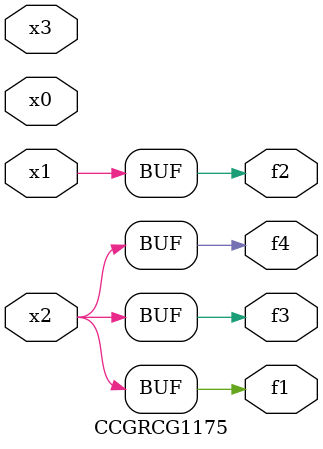
<source format=v>
module CCGRCG1175(
	input x0, x1, x2, x3,
	output f1, f2, f3, f4
);
	assign f1 = x2;
	assign f2 = x1;
	assign f3 = x2;
	assign f4 = x2;
endmodule

</source>
